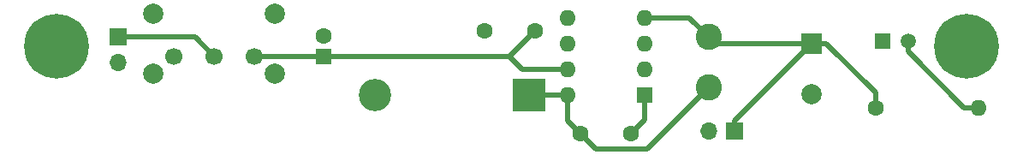
<source format=gtl>
G04 #@! TF.GenerationSoftware,KiCad,Pcbnew,(5.1.5)-2*
G04 #@! TF.CreationDate,2020-02-22T01:41:57+01:00*
G04 #@! TF.ProjectId,DC,44432e6b-6963-4616-945f-706362585858,V1.0*
G04 #@! TF.SameCoordinates,PXe4e1c0PY1d905c0*
G04 #@! TF.FileFunction,Copper,L1,Top*
G04 #@! TF.FilePolarity,Positive*
%FSLAX46Y46*%
G04 Gerber Fmt 4.6, Leading zero omitted, Abs format (unit mm)*
G04 Created by KiCad (PCBNEW (5.1.5)-2) date 2020-02-22 01:41:57*
%MOMM*%
%LPD*%
G04 APERTURE LIST*
%ADD10C,6.400000*%
%ADD11C,1.500000*%
%ADD12R,1.500000X1.500000*%
%ADD13O,1.600000X1.600000*%
%ADD14R,1.600000X1.600000*%
%ADD15C,1.700000*%
%ADD16C,2.000000*%
%ADD17C,1.600000*%
%ADD18C,2.600000*%
%ADD19O,1.700000X1.700000*%
%ADD20R,1.700000X1.700000*%
%ADD21O,3.200000X3.200000*%
%ADD22R,3.200000X3.200000*%
%ADD23R,2.000000X2.000000*%
%ADD24C,0.500000*%
G04 APERTURE END LIST*
D10*
X95000000Y11000000D03*
X5000000Y11000000D03*
D11*
X89183500Y11569500D03*
D12*
X86683500Y11569500D03*
D13*
X55485000Y6235000D03*
X63105000Y13855000D03*
X55485000Y8775000D03*
X63105000Y11315000D03*
X55485000Y11315000D03*
X63105000Y8775000D03*
X55485000Y13855000D03*
D14*
X63105000Y6235000D03*
D15*
X16560000Y10045000D03*
X20560000Y10045000D03*
X24560000Y10045000D03*
D16*
X26560000Y14295000D03*
X14560000Y14295000D03*
X14560000Y8295000D03*
X26560000Y8295000D03*
D13*
X96125000Y4965000D03*
D17*
X85965000Y4965000D03*
D18*
X69455000Y11950000D03*
X69455000Y6950000D03*
D19*
X69455000Y2679000D03*
D20*
X71995000Y2679000D03*
D19*
X11035000Y9410000D03*
D20*
X11035000Y11950000D03*
D21*
X36435000Y6235000D03*
D22*
X51675000Y6235000D03*
D16*
X79615000Y6315000D03*
D23*
X79615000Y11315000D03*
D17*
X61755000Y2425000D03*
X56755000Y2425000D03*
X47310000Y12585000D03*
X52310000Y12585000D03*
X31355000Y12045000D03*
D14*
X31355000Y10045000D03*
D24*
X67550000Y13855000D02*
X69455000Y11950000D01*
X63105000Y13855000D02*
X67550000Y13855000D01*
X70090000Y11315000D02*
X69455000Y11950000D01*
X79615000Y11315000D02*
X70090000Y11315000D01*
X85965000Y6096370D02*
X85965000Y4965000D01*
X85965000Y6465000D02*
X85965000Y6096370D01*
X81115000Y11315000D02*
X85965000Y6465000D01*
X79615000Y11315000D02*
X81115000Y11315000D01*
X71995000Y3695000D02*
X79615000Y11315000D01*
X71995000Y2679000D02*
X71995000Y3695000D01*
X94993630Y4965000D02*
X96125000Y4965000D01*
X94727340Y4965000D02*
X94993630Y4965000D01*
X89183500Y10508840D02*
X94727340Y4965000D01*
X89183500Y11569500D02*
X89183500Y10508840D01*
X63105000Y3775000D02*
X61755000Y2425000D01*
X63105000Y6235000D02*
X63105000Y3775000D01*
X51675000Y6235000D02*
X55485000Y6235000D01*
X55485000Y3695000D02*
X56755000Y2425000D01*
X55485000Y6235000D02*
X55485000Y3695000D01*
X68155001Y5650001D02*
X69455000Y6950000D01*
X63406000Y901000D02*
X68155001Y5650001D01*
X56755000Y2425000D02*
X58279000Y901000D01*
X58279000Y901000D02*
X63406000Y901000D01*
X24560000Y10045000D02*
X31355000Y10045000D01*
X49770000Y10045000D02*
X52310000Y12585000D01*
X31355000Y10045000D02*
X49770000Y10045000D01*
X51040000Y8775000D02*
X55485000Y8775000D01*
X49770000Y10045000D02*
X51040000Y8775000D01*
X18655000Y11950000D02*
X20560000Y10045000D01*
X11035000Y11950000D02*
X18655000Y11950000D01*
M02*

</source>
